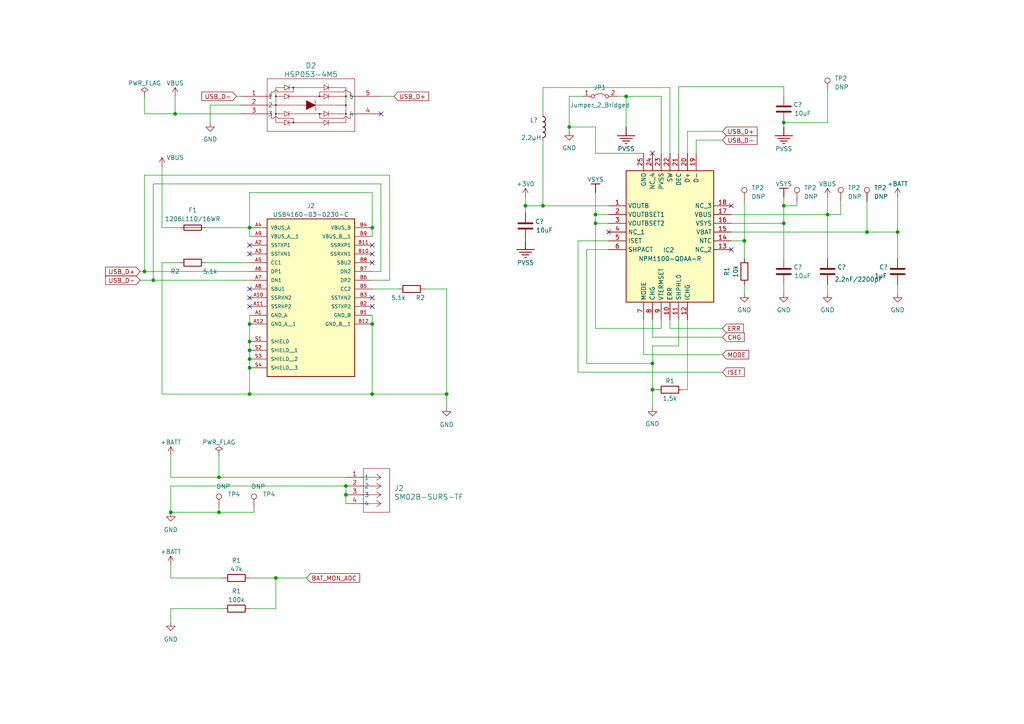
<source format=kicad_sch>
(kicad_sch (version 20230121) (generator eeschema)
  (paper "A4")
  (title_block (title "Smart Home Monitoring System") (date "2025-05-13") (rev "1.00") (comment 1 "Gaurang Solanki") (comment 2 "Designed by"))
  (lib_symbols
    (symbol "AAVAA_BOARD_VER2_REV1-rescue:100nF-AAVAA_LIB" (pin_numbers hide) (pin_names (offset 1.016))
      (property "Reference" "C" (at -1.27 12.7 0))
      (property "Value" "100nF-AAVAA_LIB" (at -1.27 12.7 0))
      (symbol "100nF-AAVAA_LIB_1_1"
        (polyline (pts (xy -2.032 -0.762) (xy 2.032 -0.762)) (stroke (width 0.508)))
        (polyline (pts (xy -2.032 0.762) (xy 2.032 0.762)) (stroke (width 0.508)))
        (pin passive line (at 0 3.81 270) (length 2.794) (name "~") (number "1"))
        (pin passive line (at 0 -3.81 90) (length 2.794) (name "~") (number "2"))
      )
    )
    (symbol "AAVAA_Charger-altium-import:PVSS" (power)
      (property "Reference" "#PWR" (at 0 0 0))
      (property "Value" "PVSS" (at 0 6.35 0))
      (symbol "PVSS_0_0"
        (polyline (pts (xy -2.54 -2.54) (xy 2.54 -2.54)) (stroke (width 0.254)))
        (polyline (pts (xy -1.778 -3.302) (xy 1.778 -3.302)) (stroke (width 0.254)))
        (polyline (pts (xy -1.016 -4.064) (xy 1.016 -4.064)) (stroke (width 0.254)))
        (polyline (pts (xy -0.254 -4.826) (xy 0.254 -4.826)) (stroke (width 0.254)))
        (polyline (pts (xy 0 0) (xy 0 -2.54)) (stroke (width 0.254)))
        (pin power_in line (at 0 0 0) (length 0) hide (name "PVSS") (number ""))
      )
    )
    (symbol "AAVAA_Charger-altium-import:VSYS" (power)
      (property "Reference" "#PWR" (at 0 0 0))
      (property "Value" "VSYS" (at 0 3.81 0))
      (symbol "VSYS_0_0"
        (polyline (pts (xy -1.27 -2.54) (xy 1.27 -2.54)) (stroke (width 0.254)))
        (polyline (pts (xy 0 0) (xy 0 -2.54)) (stroke (width 0.254)))
        (pin power_in line (at 0 0 0) (length 0) hide (name "VSYS") (number ""))
      )
    )
    (symbol "AAVAA_Charger-altium-import:root_3_IND"
      (symbol "root_3_IND_1_0"
        (arc (start 0 -6.858) (mid 0.7587 -6.096) (end 0 -5.334) (stroke (width 0.254)))
        (arc (start 0 -5.334) (mid 0.7587 -4.572) (end 0 -3.81) (stroke (width 0.254)))
        (arc (start 0 -3.81) (mid 0.7587 -3.048) (end 0 -2.286) (stroke (width 0.254)))
        (arc (start 0 -2.286) (mid 0.7587 -1.524) (end 0 -0.762) (stroke (width 0.254)))
        (pin passive line (at 0 0 270) (length 0.762) (name "1") (number "1"))
        (pin passive line (at 0 -7.62 90) (length 0.762) (name "2") (number "2"))
      )
    )
    (symbol "Connector:TestPoint" (pin_numbers hide) (pin_names (offset 0.762) hide)
      (property "Reference" "TP" (at 0 6.858 0))
      (property "Value" "TestPoint" (at 0 5.08 0))
      (symbol "TestPoint_0_1"
        (circle (center 0 3.302) (radius 0.762))
      )
      (symbol "TestPoint_1_1"
        (pin passive line (at 0 0 90) (length 2.54) (name "1") (number "1"))
      )
    )
    (symbol "Device:Fuse" (pin_numbers hide) (pin_names (offset 0))
      (property "Reference" "F" (at 2.032 0 90))
      (property "Value" "Fuse" (at -1.905 0 90))
      (symbol "Fuse_0_1"
        (rectangle (start -0.762 -2.54) (end 0.762 2.54) (stroke (width 0.254)))
        (polyline (pts (xy 0 2.54) (xy 0 -2.54)))
      )
      (symbol "Fuse_1_1"
        (pin passive line (at 0 3.81 270) (length 1.27) (name "~") (number "1"))
        (pin passive line (at 0 -3.81 90) (length 1.27) (name "~") (number "2"))
      )
    )
    (symbol "Device:R" (pin_numbers hide) (pin_names (offset 0))
      (property "Reference" "R" (at 2.032 0 90))
      (property "Value" "R" (at 0 0 90))
      (symbol "R_0_1"
        (rectangle (start -1.016 -2.54) (end 1.016 2.54) (stroke (width 0.254)))
      )
      (symbol "R_1_1"
        (pin passive line (at 0 3.81 270) (length 1.27) (name "~") (number "1"))
        (pin passive line (at 0 -3.81 90) (length 1.27) (name "~") (number "2"))
      )
    )
    (symbol "GS_Connector:SM02B-SURS-TF" (pin_names (offset 0.254))
      (property "Reference" "J3" (at -8.89 8.89 0))
      (property "Value" "SM02B-SURS-TF" (at -8.89 6.35 0))
      (symbol "SM02B-SURS-TF_1_1"
        (polyline (pts (xy 5.08 -10.16) (xy 12.7 -10.16)) (stroke (width 0.127)))
        (polyline (pts (xy 5.08 2.54) (xy 5.08 -10.16)) (stroke (width 0.127)))
        (polyline (pts (xy 10.16 -7.62) (xy 5.08 -7.62)) (stroke (width 0.127)))
        (polyline (pts (xy 10.16 -7.62) (xy 8.89 -8.4667)) (stroke (width 0.127)))
        (polyline (pts (xy 10.16 -7.62) (xy 8.89 -6.7733)) (stroke (width 0.127)))
        (polyline (pts (xy 10.16 -5.08) (xy 5.08 -5.08)) (stroke (width 0.127)))
        (polyline (pts (xy 10.16 -5.08) (xy 8.89 -5.9267)) (stroke (width 0.127)))
        (polyline (pts (xy 10.16 -5.08) (xy 8.89 -4.2333)) (stroke (width 0.127)))
        (polyline (pts (xy 10.16 -2.54) (xy 5.08 -2.54)) (stroke (width 0.127)))
        (polyline (pts (xy 10.16 -2.54) (xy 8.89 -3.3867)) (stroke (width 0.127)))
        (polyline (pts (xy 10.16 -2.54) (xy 8.89 -1.6933)) (stroke (width 0.127)))
        (polyline (pts (xy 10.16 0) (xy 5.08 0)) (stroke (width 0.127)))
        (polyline (pts (xy 10.16 0) (xy 8.89 -0.8467)) (stroke (width 0.127)))
        (polyline (pts (xy 10.16 0) (xy 8.89 0.8467)) (stroke (width 0.127)))
        (polyline (pts (xy 12.7 -10.16) (xy 12.7 2.54)) (stroke (width 0.127)))
        (polyline (pts (xy 12.7 2.54) (xy 5.08 2.54)) (stroke (width 0.127)))
        (pin unspecified line (at 0 0 0) (length 5.08) (name "1") (number "1"))
        (pin unspecified line (at 0 -2.54 0) (length 5.08) (name "2") (number "2"))
        (pin unspecified line (at 0 -5.08 0) (length 5.08) (name "3") (number "3"))
        (pin unspecified line (at 0 -7.62 0) (length 5.08) (name "4") (number "4"))
      )
      (symbol "SM02B-SURS-TF_1_2"
        (polyline (pts (xy 5.08 -5.08) (xy 12.7 -5.08)) (stroke (width 0.127)))
        (polyline (pts (xy 5.08 2.54) (xy 5.08 -5.08)) (stroke (width 0.127)))
        (polyline (pts (xy 7.62 -2.54) (xy 5.08 -2.54)) (stroke (width 0.127)))
        (polyline (pts (xy 7.62 -2.54) (xy 8.89 -3.3867)) (stroke (width 0.127)))
        (polyline (pts (xy 7.62 -2.54) (xy 8.89 -1.6933)) (stroke (width 0.127)))
        (polyline (pts (xy 7.62 0) (xy 5.08 0)) (stroke (width 0.127)))
        (polyline (pts (xy 7.62 0) (xy 8.89 -0.8467)) (stroke (width 0.127)))
        (polyline (pts (xy 7.62 0) (xy 8.89 0.8467)) (stroke (width 0.127)))
        (polyline (pts (xy 12.7 -5.08) (xy 12.7 2.54)) (stroke (width 0.127)))
        (polyline (pts (xy 12.7 2.54) (xy 5.08 2.54)) (stroke (width 0.127)))
        (pin unspecified line (at 0 0 0) (length 5.08) (name "1") (number "1"))
        (pin unspecified line (at 0 -2.54 0) (length 5.08) (name "2") (number "2"))
      )
    )
    (symbol "GS_Connector:USB4160-03-0230-C_REVA2" (pin_names (offset 1.016))
      (property "Reference" "J" (at -12.7 16.002 0))
      (property "Value" "USB4160-03-0230-C_REVA2" (at -12.7 -33.02 0))
      (symbol "USB4160-03-0230-C_REVA2_0_0"
        (rectangle (start -12.7 -30.48) (end 12.7 15.24) (stroke (width 0.254)) (fill (type background)))
        (pin power_in line (at -17.78 -12.7 0) (length 5.08) (name "GND_A") (number "A1"))
        (pin bidirectional line (at -17.78 -7.62 0) (length 5.08) (name "SSRXN2") (number "A10"))
        (pin bidirectional line (at -17.78 -10.16 0) (length 5.08) (name "SSRXP2") (number "A11"))
        (pin power_in line (at -17.78 -15.24 0) (length 5.08) (name "GND_A__1") (number "A12"))
        (pin bidirectional line (at -17.78 7.62 0) (length 5.08) (name "SSTXP1") (number "A2"))
        (pin bidirectional line (at -17.78 5.08 0) (length 5.08) (name "SSTXN1") (number "A3"))
        (pin power_in line (at -17.78 12.7 0) (length 5.08) (name "VBUS_A") (number "A4"))
        (pin bidirectional line (at -17.78 2.54 0) (length 5.08) (name "CC1") (number "A5"))
        (pin bidirectional line (at -17.78 0 0) (length 5.08) (name "DP1") (number "A6"))
        (pin bidirectional line (at -17.78 -2.54 0) (length 5.08) (name "DN1") (number "A7"))
        (pin bidirectional line (at -17.78 -5.08 0) (length 5.08) (name "SBU1") (number "A8"))
        (pin power_in line (at -17.78 10.16 0) (length 5.08) (name "VBUS_A__1") (number "A9"))
        (pin power_in line (at 17.78 -12.7 180) (length 5.08) (name "GND_B") (number "B1"))
        (pin bidirectional line (at 17.78 5.08 180) (length 5.08) (name "SSRXN1") (number "B10"))
        (pin bidirectional line (at 17.78 7.62 180) (length 5.08) (name "SSRXP1") (number "B11"))
        (pin power_in line (at 17.78 -15.24 180) (length 5.08) (name "GND_B__1") (number "B12"))
        (pin bidirectional line (at 17.78 -10.16 180) (length 5.08) (name "SSTXP2") (number "B2"))
        (pin bidirectional line (at 17.78 -7.62 180) (length 5.08) (name "SSTXN2") (number "B3"))
        (pin power_in line (at 17.78 12.7 180) (length 5.08) (name "VBUS_B") (number "B4"))
        (pin bidirectional line (at 17.78 -5.08 180) (length 5.08) (name "CC2") (number "B5"))
        (pin bidirectional line (at 17.78 -2.54 180) (length 5.08) (name "DP2") (number "B6"))
        (pin bidirectional line (at 17.78 0 180) (length 5.08) (name "DN2") (number "B7"))
        (pin bidirectional line (at 17.78 2.54 180) (length 5.08) (name "SBU2") (number "B8"))
        (pin power_in line (at 17.78 10.16 180) (length 5.08) (name "VBUS_B__1") (number "B9"))
        (pin passive line (at -17.78 -20.32 0) (length 5.08) (name "SHIELD") (number "S1"))
        (pin passive line (at -17.78 -22.86 0) (length 5.08) (name "SHIELD__1") (number "S2"))
        (pin passive line (at -17.78 -25.4 0) (length 5.08) (name "SHIELD__2") (number "S3"))
        (pin passive line (at -17.78 -27.94 0) (length 5.08) (name "SHIELD__3") (number "S4"))
      )
    )
    (symbol "GS_other:HSP053-4M5" (pin_names (offset 0.254))
      (property "Reference" "CR" (at 20.32 10.16 0))
      (property "Value" "HSP053-4M5" (at 20.32 7.62 0))
      (symbol "HSP053-4M5_0_1"
        (polyline (pts (xy 7.62 -10.16) (xy 33.02 -10.16)) (stroke (width 0.127)))
        (polyline (pts (xy 7.62 -5.08) (xy 8.89 -5.08)) (stroke (width 0.127)))
        (polyline (pts (xy 7.62 -2.54) (xy 30.48 -2.54)) (stroke (width 0.127)))
        (polyline (pts (xy 7.62 0) (xy 8.89 0)) (stroke (width 0.127)))
        (polyline (pts (xy 7.62 5.08) (xy 7.62 -10.16)) (stroke (width 0.127)))
        (polyline (pts (xy 8.89 -6.35) (xy 9.652 -6.35)) (stroke (width 0.127)))
        (polyline (pts (xy 8.89 -5.08) (xy 8.89 -6.35)) (stroke (width 0.127)))
        (polyline (pts (xy 8.89 0) (xy 8.89 1.27)) (stroke (width 0.127)))
        (polyline (pts (xy 8.89 1.27) (xy 9.652 1.27)) (stroke (width 0.127)))
        (polyline (pts (xy 10.16 -5.08) (xy 12.7 -5.08)) (stroke (width 0.127)))
        (polyline (pts (xy 10.16 2.54) (xy 10.16 -7.62)) (stroke (width 0.127)))
        (polyline (pts (xy 10.16 2.54) (xy 12.7 2.54)) (stroke (width 0.127)))
        (polyline (pts (xy 10.668 -6.35) (xy 15.24 -6.35)) (stroke (width 0.127)))
        (polyline (pts (xy 10.668 1.27) (xy 15.24 1.27)) (stroke (width 0.127)))
        (polyline (pts (xy 12.7 -8.382) (xy 13.97 -7.62)) (stroke (width 0.127)))
        (polyline (pts (xy 12.7 -7.62) (xy 10.16 -7.62)) (stroke (width 0.127)))
        (polyline (pts (xy 12.7 -6.858) (xy 12.7 -8.382)) (stroke (width 0.127)))
        (polyline (pts (xy 12.7 -5.842) (xy 13.97 -5.08)) (stroke (width 0.127)))
        (polyline (pts (xy 12.7 -4.318) (xy 12.7 -5.842)) (stroke (width 0.127)))
        (polyline (pts (xy 12.7 -0.762) (xy 13.97 0)) (stroke (width 0.127)))
        (polyline (pts (xy 12.7 0) (xy 10.16 0)) (stroke (width 0.127)))
        (polyline (pts (xy 12.7 0.762) (xy 12.7 -0.762)) (stroke (width 0.127)))
        (polyline (pts (xy 12.7 1.778) (xy 13.97 2.54)) (stroke (width 0.127)))
        (polyline (pts (xy 12.7 3.302) (xy 12.7 1.778)) (stroke (width 0.127)))
        (polyline (pts (xy 13.97 -7.62) (xy 12.7 -6.858)) (stroke (width 0.127)))
        (polyline (pts (xy 13.97 -7.62) (xy 24.13 -7.62)) (stroke (width 0.127)))
        (polyline (pts (xy 13.97 -6.858) (xy 13.97 -8.382)) (stroke (width 0.127)))
        (polyline (pts (xy 13.97 -5.08) (xy 12.7 -4.318)) (stroke (width 0.127)))
        (polyline (pts (xy 13.97 -5.08) (xy 24.13 -5.08)) (stroke (width 0.127)))
        (polyline (pts (xy 13.97 -4.318) (xy 13.97 -5.842)) (stroke (width 0.127)))
        (polyline (pts (xy 13.97 0) (xy 12.7 0.762)) (stroke (width 0.127)))
        (polyline (pts (xy 13.97 0) (xy 24.13 0)) (stroke (width 0.127)))
        (polyline (pts (xy 13.97 0.762) (xy 13.97 -0.762)) (stroke (width 0.127)))
        (polyline (pts (xy 13.97 2.54) (xy 12.7 3.302)) (stroke (width 0.127)))
        (polyline (pts (xy 13.97 2.54) (xy 24.13 2.54)) (stroke (width 0.127)))
        (polyline (pts (xy 13.97 3.302) (xy 13.97 1.778)) (stroke (width 0.127)))
        (polyline (pts (xy 15.24 -6.35) (xy 15.24 -7.62)) (stroke (width 0.127)))
        (polyline (pts (xy 15.24 1.27) (xy 15.24 2.54)) (stroke (width 0.127)))
        (polyline (pts (xy 19.05 -3.81) (xy 21.59 -2.54)) (stroke (width 0.127)))
        (polyline (pts (xy 19.05 -1.27) (xy 19.05 -3.81)) (stroke (width 0.127)))
        (polyline (pts (xy 21.59 -3.81) (xy 21.844 -4.064)) (stroke (width 0.127)))
        (polyline (pts (xy 21.59 -2.54) (xy 19.05 -1.27)) (stroke (width 0.127)))
        (polyline (pts (xy 21.59 -1.27) (xy 21.336 -1.016)) (stroke (width 0.127)))
        (polyline (pts (xy 21.59 -1.27) (xy 21.59 -3.81)) (stroke (width 0.127)))
        (polyline (pts (xy 22.86 -6.35) (xy 22.86 -5.08)) (stroke (width 0.127)))
        (polyline (pts (xy 22.86 -6.35) (xy 29.972 -6.35)) (stroke (width 0.127)))
        (polyline (pts (xy 22.86 1.27) (xy 22.86 0)) (stroke (width 0.127)))
        (polyline (pts (xy 22.86 1.27) (xy 29.972 1.27)) (stroke (width 0.127)))
        (polyline (pts (xy 24.13 -8.382) (xy 24.13 -6.858)) (stroke (width 0.127)))
        (polyline (pts (xy 24.13 -6.858) (xy 25.4 -7.62)) (stroke (width 0.127)))
        (polyline (pts (xy 24.13 -5.842) (xy 24.13 -4.318)) (stroke (width 0.127)))
        (polyline (pts (xy 24.13 -4.318) (xy 25.4 -5.08)) (stroke (width 0.127)))
        (polyline (pts (xy 24.13 -0.762) (xy 24.13 0.762)) (stroke (width 0.127)))
        (polyline (pts (xy 24.13 0.762) (xy 25.4 0)) (stroke (width 0.127)))
        (polyline (pts (xy 24.13 1.778) (xy 24.13 3.302)) (stroke (width 0.127)))
        (polyline (pts (xy 24.13 3.302) (xy 25.4 2.54)) (stroke (width 0.127)))
        (polyline (pts (xy 25.4 -8.382) (xy 25.4 -6.858)) (stroke (width 0.127)))
        (polyline (pts (xy 25.4 -7.62) (xy 24.13 -8.382)) (stroke (width 0.127)))
        (polyline (pts (xy 25.4 -7.62) (xy 30.48 -7.62)) (stroke (width 0.127)))
        (polyline (pts (xy 25.4 -5.842) (xy 25.4 -4.318)) (stroke (width 0.127)))
        (polyline (pts (xy 25.4 -5.08) (xy 24.13 -5.842)) (stroke (width 0.127)))
        (polyline (pts (xy 25.4 -5.08) (xy 30.48 -5.08)) (stroke (width 0.127)))
        (polyline (pts (xy 25.4 -0.762) (xy 25.4 0.762)) (stroke (width 0.127)))
        (polyline (pts (xy 25.4 0) (xy 24.13 -0.762)) (stroke (width 0.127)))
        (polyline (pts (xy 25.4 0) (xy 30.48 0)) (stroke (width 0.127)))
        (polyline (pts (xy 25.4 1.778) (xy 25.4 3.302)) (stroke (width 0.127)))
        (polyline (pts (xy 25.4 2.54) (xy 24.13 1.778)) (stroke (width 0.127)))
        (polyline (pts (xy 25.4 2.54) (xy 30.48 2.54)) (stroke (width 0.127)))
        (polyline (pts (xy 30.48 2.54) (xy 30.48 -7.62)) (stroke (width 0.127)))
        (polyline (pts (xy 31.75 -6.35) (xy 30.988 -6.35)) (stroke (width 0.127)))
        (polyline (pts (xy 31.75 -5.08) (xy 31.75 -6.35)) (stroke (width 0.127)))
        (polyline (pts (xy 31.75 0) (xy 31.75 1.27)) (stroke (width 0.127)))
        (polyline (pts (xy 31.75 1.27) (xy 30.988 1.27)) (stroke (width 0.127)))
        (polyline (pts (xy 33.02 -10.16) (xy 33.02 5.08)) (stroke (width 0.127)))
        (polyline (pts (xy 33.02 -5.08) (xy 31.75 -5.08)) (stroke (width 0.127)))
        (polyline (pts (xy 33.02 0) (xy 31.75 0)) (stroke (width 0.127)))
        (polyline (pts (xy 33.02 5.08) (xy 7.62 5.08)) (stroke (width 0.127)))
        (polyline (pts (xy 19.05 -1.27) (xy 19.05 -3.81) (xy 21.59 -2.54)) (fill (type outline)))
        (circle (center 10.16 -5.08) (radius 0.127) (stroke (width 0.254)))
        (circle (center 10.16 -2.54) (radius 0.127) (stroke (width 0.254)))
        (circle (center 10.16 0) (radius 0.127) (stroke (width 0.254)))
        (arc (start 10.668 -6.35) (mid 10.16 -5.8442) (end 9.652 -6.35) (stroke (width 0.127)))
        (arc (start 10.668 1.27) (mid 10.16 1.7758) (end 9.652 1.27) (stroke (width 0.127)))
        (circle (center 15.24 -7.62) (radius 0.127) (stroke (width 0.254)))
        (circle (center 15.24 2.54) (radius 0.127) (stroke (width 0.254)))
        (circle (center 22.86 -5.08) (radius 0.127) (stroke (width 0.254)))
        (circle (center 22.86 0) (radius 0.127) (stroke (width 0.254)))
        (circle (center 30.48 -5.08) (radius 0.127) (stroke (width 0.254)))
        (circle (center 30.48 -2.54) (radius 0.127) (stroke (width 0.254)))
        (circle (center 30.48 0) (radius 0.127) (stroke (width 0.254)))
        (arc (start 30.988 -6.35) (mid 30.48 -5.8442) (end 29.972 -6.35) (stroke (width 0.127)))
        (arc (start 30.988 1.27) (mid 30.48 1.7758) (end 29.972 1.27) (stroke (width 0.127)))
        (pin unspecified line (at 0 0 0) (length 7.62) (name "1") (number "1"))
        (pin unspecified line (at 0 -2.54 0) (length 7.62) (name "2") (number "2"))
        (pin unspecified line (at 0 -5.08 0) (length 7.62) (name "3") (number "3"))
        (pin unspecified line (at 40.64 -5.08 180) (length 7.62) (name "4") (number "4"))
        (pin unspecified line (at 40.64 0 180) (length 7.62) (name "5") (number "5"))
      )
    )
    (symbol "Jumper:Jumper_2_Bridged" (pin_names (offset 0) hide)
      (property "Reference" "JP" (at 0 1.905 0))
      (property "Value" "Jumper_2_Bridged" (at 0 -2.54 0))
      (symbol "Jumper_2_Bridged_0_0"
        (circle (center -2.032 0) (radius 0.508))
        (circle (center 2.032 0) (radius 0.508))
      )
      (symbol "Jumper_2_Bridged_0_1"
        (arc (start 1.524 0.254) (mid 0 0.762) (end -1.524 0.254))
      )
      (symbol "Jumper_2_Bridged_1_1"
        (pin passive line (at -5.08 0 0) (length 2.54) (name "A") (number "1"))
        (pin passive line (at 5.08 0 180) (length 2.54) (name "B") (number "2"))
      )
    )
    (symbol "NPM1100-QDAA-R7:NPM1100-QDAA-R7"
      (property "Reference" "IC" (at 31.75 15.24 0))
      (property "Value" "NPM1100-QDAA-R7" (at 31.75 12.7 0))
      (symbol "NPM1100-QDAA-R7_1_1"
        (rectangle (start 5.08 10.16) (end 30.48 -27.94) (stroke (width 0.254)) (fill (type background)))
        (pin passive line (at 0 0 0) (length 5.08) (name "VOUTB") (number "1"))
        (pin passive line (at 17.78 -33.02 90) (length 5.08) (name "ERR") (number "10"))
        (pin passive line (at 20.32 -33.02 90) (length 5.08) (name "SHPHLD") (number "11"))
        (pin passive line (at 22.86 -33.02 90) (length 5.08) (name "ICHG") (number "12"))
        (pin passive line (at 35.56 -12.7 180) (length 5.08) (name "NC_2") (number "13"))
        (pin passive line (at 35.56 -10.16 180) (length 5.08) (name "NTC") (number "14"))
        (pin passive line (at 35.56 -7.62 180) (length 5.08) (name "VBAT") (number "15"))
        (pin passive line (at 35.56 -5.08 180) (length 5.08) (name "VSYS") (number "16"))
        (pin passive line (at 35.56 -2.54 180) (length 5.08) (name "VBUS") (number "17"))
        (pin passive line (at 35.56 0 180) (length 5.08) (name "NC_3") (number "18"))
        (pin passive line (at 25.4 15.24 270) (length 5.08) (name "D-") (number "19"))
        (pin passive line (at 0 -2.54 0) (length 5.08) (name "VOUTBSET1") (number "2"))
        (pin passive line (at 22.86 15.24 270) (length 5.08) (name "D+") (number "20"))
        (pin passive line (at 20.32 15.24 270) (length 5.08) (name "DEC") (number "21"))
        (pin passive line (at 17.78 15.24 270) (length 5.08) (name "SW") (number "22"))
        (pin passive line (at 15.24 15.24 270) (length 5.08) (name "PVSS") (number "23"))
        (pin passive line (at 12.7 15.24 270) (length 5.08) (name "NC_4") (number "24"))
        (pin passive line (at 10.16 15.24 270) (length 5.08) (name "GND") (number "25"))
        (pin passive line (at 0 -5.08 0) (length 5.08) (name "VOUTBSET2") (number "3"))
        (pin passive line (at 0 -7.62 0) (length 5.08) (name "NC_1") (number "4"))
        (pin passive line (at 0 -10.16 0) (length 5.08) (name "ISET") (number "5"))
        (pin passive line (at 0 -12.7 0) (length 5.08) (name "SHPACT") (number "6"))
        (pin passive line (at 10.16 -33.02 90) (length 5.08) (name "MODE") (number "7"))
        (pin passive line (at 12.7 -33.02 90) (length 5.08) (name "CHG") (number "8"))
        (pin passive line (at 15.24 -33.02 90) (length 5.08) (name "VTERMSET") (number "9"))
      )
    )
    (symbol "power:+3V0" (power) (pin_names (offset 0))
      (property "Value" "+3V0" (at 0 3.556 0))
      (symbol "+3V0_0_1"
        (polyline (pts (xy -0.762 1.27) (xy 0 2.54)))
        (polyline (pts (xy 0 0) (xy 0 2.54)))
        (polyline (pts (xy 0 2.54) (xy 0.762 1.27)))
      )
      (symbol "+3V0_1_1"
        (pin power_in line (at 0 0 90) (length 0) hide (name "+3V0") (number "1"))
      )
    )
    (symbol "power:+BATT" (power) (pin_names (offset 0))
      (property "Value" "+BATT" (at 0 3.556 0))
      (symbol "+BATT_0_1"
        (polyline (pts (xy -0.762 1.27) (xy 0 2.54)))
        (polyline (pts (xy 0 0) (xy 0 2.54)))
        (polyline (pts (xy 0 2.54) (xy 0.762 1.27)))
      )
      (symbol "+BATT_1_1"
        (pin power_in line (at 0 0 90) (length 0) hide (name "+BATT") (number "1"))
      )
    )
    (symbol "power:GND" (power) (pin_names (offset 0))
      (property "Value" "GND" (at 0 -3.81 0))
      (symbol "GND_0_1"
        (polyline (pts (xy 0 0) (xy 0 -1.27) (xy 1.27 -1.27) (xy 0 -2.54) (xy -1.27 -1.27) (xy 0 -1.27)))
      )
      (symbol "GND_1_1"
        (pin power_in line (at 0 0 270) (length 0) hide (name "GND") (number "1"))
      )
    )
    (symbol "power:PWR_FLAG" (power) (pin_numbers hide) (pin_names (offset 0) hide)
      (property "Value" "PWR_FLAG" (at 0 3.81 0))
      (symbol "PWR_FLAG_0_0"
        (pin power_out line (at 0 0 90) (length 0) (name "pwr") (number "1"))
      )
      (symbol "PWR_FLAG_0_1"
        (polyline (pts (xy 0 0) (xy 0 1.27) (xy -1.016 1.905) (xy 0 2.54) (xy 1.016 1.905) (xy 0 1.27)))
      )
    )
    (symbol "power:VBUS" (power) (pin_names (offset 0))
      (property "Value" "VBUS" (at 0 3.81 0))
      (symbol "VBUS_0_1"
        (polyline (pts (xy -0.762 1.27) (xy 0 2.54)))
        (polyline (pts (xy 0 0) (xy 0 2.54)))
        (polyline (pts (xy 0 2.54) (xy 0.762 1.27)))
      )
      (symbol "VBUS_1_1"
        (pin power_in line (at 0 0 90) (length 0) hide (name "VBUS") (number "1"))
      )
    )
  )
  (junction (at 72.39 66.04))
  (junction (at 107.95 114.3))
  (junction (at 49.53 148.59))
  (junction (at 251.46 67.31))
  (junction (at 172.72 64.77))
  (junction (at 80.01 167.64))
  (junction (at 189.23 105.41))
  (junction (at 63.5 138.43))
  (junction (at 227.33 64.77))
  (junction (at 172.72 62.23))
  (junction (at 165.1 36.83))
  (junction (at 240.03 62.23))
  (junction (at 72.39 104.14))
  (junction (at 72.39 114.3))
  (junction (at 44.45 81.28))
  (junction (at 260.35 67.31))
  (junction (at 189.23 113.03))
  (junction (at 72.39 93.98))
  (junction (at 72.39 99.06))
  (junction (at 152.4 59.69))
  (junction (at 100.33 140.97))
  (junction (at 227.33 59.69))
  (junction (at 107.95 66.04))
  (junction (at 215.9 69.85))
  (junction (at 63.5 148.59))
  (junction (at 181.61 27.94))
  (junction (at 41.91 78.74))
  (junction (at 100.33 143.51))
  (junction (at 129.54 114.3))
  (junction (at 50.8 33.02))
  (junction (at 157.48 59.69))
  (junction (at 72.39 101.6))
  (junction (at 107.95 93.98))
  (junction (at 227.33 35.56))
  (junction (at 72.39 106.68))
  (no_connect (at 107.95 73.66))
  (no_connect (at 176.53 67.31))
  (no_connect (at 107.95 76.2))
  (no_connect (at 72.39 71.12))
  (no_connect (at 107.95 71.12))
  (no_connect (at 110.49 33.02))
  (no_connect (at 72.39 73.66))
  (no_connect (at 189.23 44.45))
  (no_connect (at 72.39 86.36))
  (no_connect (at 212.09 59.69))
  (no_connect (at 107.95 88.9))
  (no_connect (at 72.39 88.9))
  (no_connect (at 107.95 86.36))
  (no_connect (at 212.09 72.39))
  (no_connect (at 72.39 83.82))
  (wire (pts (xy 170.18 105.41) (xy 189.23 105.41)))
  (wire (pts (xy 100.33 146.05) (xy 100.33 143.51)))
  (wire (pts (xy 199.39 92.71) (xy 199.39 113.03)))
  (wire (pts (xy 107.95 114.3) (xy 107.95 93.98)))
  (wire (pts (xy 157.48 25.4) (xy 157.48 33.02)))
  (wire (pts (xy 227.33 35.433) (xy 227.33 35.56)))
  (wire (pts (xy 243.84 62.23) (xy 240.03 62.23)))
  (wire (pts (xy 72.39 104.14) (xy 72.39 106.68)))
  (wire (pts (xy 41.91 50.8) (xy 41.91 78.74)))
  (wire (pts (xy 49.53 140.97) (xy 49.53 148.59)))
  (wire (pts (xy 172.72 44.45) (xy 172.72 36.83)))
  (wire (pts (xy 100.33 140.97) (xy 100.33 143.51)))
  (wire (pts (xy 227.33 57.15) (xy 227.33 59.69)))
  (wire (pts (xy 194.31 44.45) (xy 194.31 25.4)))
  (wire (pts (xy 72.39 68.58) (xy 72.39 66.04)))
  (wire (pts (xy 110.49 78.74) (xy 110.49 53.34)))
  (wire (pts (xy 186.69 44.45) (xy 172.72 44.45)))
  (wire (pts (xy 170.18 105.41) (xy 170.18 72.39)))
  (wire (pts (xy 196.85 92.71) (xy 196.85 100.33)))
  (wire (pts (xy 46.99 66.04) (xy 52.07 66.04)))
  (wire (pts (xy 107.95 68.58) (xy 107.95 66.04)))
  (wire (pts (xy 152.4 69.342) (xy 152.4 69.85)))
  (wire (pts (xy 260.35 85.09) (xy 260.35 82.55)))
  (wire (pts (xy 189.23 92.71) (xy 189.23 97.79)))
  (wire (pts (xy 231.14 58.42) (xy 231.14 59.69)))
  (wire (pts (xy 165.1 38.1) (xy 165.1 36.83)))
  (wire (pts (xy 49.53 163.83) (xy 49.53 167.64)))
  (wire (pts (xy 227.33 59.69) (xy 227.33 64.77)))
  (wire (pts (xy 212.09 64.77) (xy 227.33 64.77)))
  (wire (pts (xy 189.23 113.03) (xy 189.23 118.11)))
  (wire (pts (xy 176.53 69.85) (xy 167.64 69.85)))
  (wire (pts (xy 157.48 59.69) (xy 176.53 59.69)))
  (wire (pts (xy 80.01 176.53) (xy 80.01 167.64)))
  (wire (pts (xy 72.39 114.3) (xy 107.95 114.3)))
  (wire (pts (xy 44.45 53.34) (xy 44.45 81.28)))
  (wire (pts (xy 165.1 27.94) (xy 168.91 27.94)))
  (wire (pts (xy 72.39 101.6) (xy 72.39 104.14)))
  (wire (pts (xy 50.8 33.02) (xy 69.85 33.02)))
  (wire (pts (xy 73.66 148.59) (xy 63.5 148.59)))
  (wire (pts (xy 80.01 167.64) (xy 72.39 167.64)))
  (wire (pts (xy 243.84 58.42) (xy 243.84 62.23)))
  (wire (pts (xy 227.33 82.55) (xy 227.33 85.09)))
  (wire (pts (xy 152.4 57.15) (xy 152.4 59.69)))
  (wire (pts (xy 194.31 25.4) (xy 157.48 25.4)))
  (wire (pts (xy 72.39 55.88) (xy 72.39 66.04)))
  (wire (pts (xy 72.39 99.06) (xy 72.39 101.6)))
  (wire (pts (xy 44.45 81.28) (xy 72.39 81.28)))
  (wire (pts (xy 63.5 138.43) (xy 100.33 138.43)))
  (wire (pts (xy 212.09 67.31) (xy 251.46 67.31)))
  (wire (pts (xy 215.9 69.85) (xy 215.9 74.93)))
  (wire (pts (xy 107.95 114.3) (xy 129.54 114.3)))
  (wire (pts (xy 240.03 57.15) (xy 240.03 62.23)))
  (wire (pts (xy 49.53 180.34) (xy 49.53 176.53)))
  (wire (pts (xy 176.53 72.39) (xy 170.18 72.39)))
  (wire (pts (xy 157.48 40.64) (xy 157.48 59.69)))
  (wire (pts (xy 113.03 81.28) (xy 113.03 50.8)))
  (wire (pts (xy 227.33 25.146) (xy 227.33 27.813)))
  (wire (pts (xy 107.95 83.82) (xy 115.57 83.82)))
  (wire (pts (xy 167.64 69.85) (xy 167.64 107.95)))
  (wire (pts (xy 63.5 138.43) (xy 49.53 138.43)))
  (wire (pts (xy 186.69 92.71) (xy 186.69 102.87)))
  (wire (pts (xy 46.99 114.3) (xy 72.39 114.3)))
  (wire (pts (xy 107.95 81.28) (xy 113.03 81.28)))
  (wire (pts (xy 196.85 25.146) (xy 227.33 25.146)))
  (wire (pts (xy 152.4 59.69) (xy 157.48 59.69)))
  (wire (pts (xy 172.72 62.23) (xy 172.72 64.77)))
  (wire (pts (xy 196.85 44.45) (xy 196.85 25.146)))
  (wire (pts (xy 129.54 114.3) (xy 129.54 118.11)))
  (wire (pts (xy 68.58 27.94) (xy 69.85 27.94)))
  (wire (pts (xy 88.9 167.64) (xy 80.01 167.64)))
  (wire (pts (xy 40.64 81.28) (xy 44.45 81.28)))
  (wire (pts (xy 63.5 132.08) (xy 63.5 138.43)))
  (wire (pts (xy 201.93 44.45) (xy 201.93 40.64)))
  (wire (pts (xy 46.99 76.2) (xy 46.99 114.3)))
  (wire (pts (xy 49.53 132.08) (xy 49.53 138.43)))
  (wire (pts (xy 209.55 107.95) (xy 167.64 107.95)))
  (wire (pts (xy 152.4 59.69) (xy 152.4 61.722)))
  (wire (pts (xy 172.72 95.25) (xy 172.72 64.77)))
  (wire (pts (xy 110.49 53.34) (xy 44.45 53.34)))
  (wire (pts (xy 199.39 38.1) (xy 199.39 44.45)))
  (wire (pts (xy 172.72 64.77) (xy 176.53 64.77)))
  (wire (pts (xy 181.61 27.94) (xy 191.77 27.94)))
  (wire (pts (xy 240.03 62.23) (xy 240.03 74.93)))
  (wire (pts (xy 194.31 95.25) (xy 209.55 95.25)))
  (wire (pts (xy 113.03 50.8) (xy 41.91 50.8)))
  (wire (pts (xy 72.39 176.53) (xy 80.01 176.53)))
  (wire (pts (xy 72.39 93.98) (xy 72.39 99.06)))
  (wire (pts (xy 63.5 147.32) (xy 63.5 148.59)))
  (wire (pts (xy 209.55 38.1) (xy 199.39 38.1)))
  (wire (pts (xy 260.35 57.15) (xy 260.35 67.31)))
  (wire (pts (xy 199.39 113.03) (xy 198.12 113.03)))
  (wire (pts (xy 40.64 78.74) (xy 41.91 78.74)))
  (wire (pts (xy 181.61 36.83) (xy 181.61 27.94)))
  (wire (pts (xy 194.31 95.25) (xy 194.31 92.71)))
  (wire (pts (xy 41.91 33.02) (xy 50.8 33.02)))
  (wire (pts (xy 172.72 62.23) (xy 176.53 62.23)))
  (wire (pts (xy 227.33 74.93) (xy 227.33 64.77)))
  (wire (pts (xy 215.9 69.85) (xy 212.09 69.85)))
  (wire (pts (xy 107.95 78.74) (xy 110.49 78.74)))
  (wire (pts (xy 231.14 59.69) (xy 227.33 59.69)))
  (wire (pts (xy 107.95 66.04) (xy 107.95 55.88)))
  (wire (pts (xy 129.54 83.82) (xy 129.54 114.3)))
  (wire (pts (xy 72.39 106.68) (xy 72.39 114.3)))
  (wire (pts (xy 49.53 176.53) (xy 64.77 176.53)))
  (wire (pts (xy 41.91 78.74) (xy 72.39 78.74)))
  (wire (pts (xy 196.85 100.33) (xy 189.23 100.33)))
  (wire (pts (xy 251.46 58.42) (xy 251.46 67.31)))
  (wire (pts (xy 72.39 91.44) (xy 72.39 93.98)))
  (wire (pts (xy 60.96 30.48) (xy 69.85 30.48)))
  (wire (pts (xy 251.46 67.31) (xy 260.35 67.31)))
  (wire (pts (xy 129.54 83.82) (xy 123.19 83.82)))
  (wire (pts (xy 186.69 102.87) (xy 209.55 102.87)))
  (wire (pts (xy 191.77 95.25) (xy 172.72 95.25)))
  (wire (pts (xy 260.35 67.31) (xy 260.35 74.93)))
  (wire (pts (xy 49.53 140.97) (xy 100.33 140.97)))
  (wire (pts (xy 107.95 93.98) (xy 107.95 91.44)))
  (wire (pts (xy 172.72 55.88) (xy 172.72 62.23)))
  (wire (pts (xy 240.03 85.09) (xy 240.03 82.55)))
  (wire (pts (xy 59.69 76.2) (xy 72.39 76.2)))
  (wire (pts (xy 73.66 147.32) (xy 73.66 148.59)))
  (wire (pts (xy 227.33 35.56) (xy 227.33 36.83)))
  (wire (pts (xy 72.39 66.04) (xy 59.69 66.04)))
  (wire (pts (xy 63.5 148.59) (xy 49.53 148.59)))
  (wire (pts (xy 240.03 26.67) (xy 240.03 35.56)))
  (wire (pts (xy 107.95 55.88) (xy 72.39 55.88)))
  (wire (pts (xy 179.07 27.94) (xy 181.61 27.94)))
  (wire (pts (xy 114.3 27.94) (xy 110.49 27.94)))
  (wire (pts (xy 165.1 36.83) (xy 165.1 27.94)))
  (wire (pts (xy 189.23 97.79) (xy 209.55 97.79)))
  (wire (pts (xy 49.53 167.64) (xy 64.77 167.64)))
  (wire (pts (xy 215.9 58.42) (xy 215.9 69.85)))
  (wire (pts (xy 201.93 40.64) (xy 209.55 40.64)))
  (wire (pts (xy 46.99 48.26) (xy 46.99 66.04)))
  (wire (pts (xy 191.77 27.94) (xy 191.77 44.45)))
  (wire (pts (xy 60.96 35.56) (xy 60.96 30.48)))
  (wire (pts (xy 50.8 33.02) (xy 50.8 27.94)))
  (wire (pts (xy 240.03 35.56) (xy 227.33 35.56)))
  (wire (pts (xy 189.23 100.33) (xy 189.23 105.41)))
  (wire (pts (xy 41.91 27.94) (xy 41.91 33.02)))
  (wire (pts (xy 172.72 36.83) (xy 165.1 36.83)))
  (wire (pts (xy 191.77 92.71) (xy 191.77 95.25)))
  (wire (pts (xy 212.09 62.23) (xy 240.03 62.23)))
  (wire (pts (xy 189.23 113.03) (xy 190.5 113.03)))
  (wire (pts (xy 215.9 85.09) (xy 215.9 82.55)))
  (wire (pts (xy 189.23 105.41) (xy 189.23 113.03)))
  (wire (pts (xy 52.07 76.2) (xy 46.99 76.2)))
  (global_label "ISET" (shape input) (at 209.55 107.95 0) (property "Intersheetrefs" "${INTERSHEET_REFS}" (effects hide)))
  (global_label "USB_D-" (shape input) (at 68.58 27.94 180) (property "Intersheetrefs" "${INTERSHEET_REFS}" (effects hide)))
  (global_label "USB_D-" (shape input) (at 40.64 81.28 180) (property "Intersheetrefs" "${INTERSHEET_REFS}" (effects hide)))
  (global_label "USB_D+" (shape input) (at 114.3 27.94 0) (property "Intersheetrefs" "${INTERSHEET_REFS}" (effects hide)))
  (global_label "USB_D+" (shape input) (at 40.64 78.74 180) (property "Intersheetrefs" "${INTERSHEET_REFS}" (effects hide)))
  (global_label "MODE" (shape input) (at 209.55 102.87 0) (property "Intersheetrefs" "${INTERSHEET_REFS}" (effects hide)))
  (global_label "BAT_MON_ADC" (shape input) (at 88.9 167.64 0) (property "Intersheetrefs" "${INTERSHEET_REFS}" (effects hide)))
  (global_label "USB_D+" (shape input) (at 209.55 38.1 0) (property "Intersheetrefs" "${INTERSHEET_REFS}" (effects hide)))
  (global_label "USB_D-" (shape input) (at 209.55 40.64 0) (property "Intersheetrefs" "${INTERSHEET_REFS}" (effects hide)))
  (global_label "CHG" (shape input) (at 209.55 97.79 0) (property "Intersheetrefs" "${INTERSHEET_REFS}" (effects hide)))
  (global_label "ERR" (shape input) (at 209.55 95.25 0) (property "Intersheetrefs" "${INTERSHEET_REFS}" (effects hide)))
  (symbol (lib_id "AAVAA_Charger-altium-import:PVSS") (at 227.33 36.83 0) (unit 1)
    (property "Reference" "#PWR?" (effects hide))
    (property "Value" "PVSS" (at 227.33 43.18 0))
    (instances (project "AAVAA_Charger" (path "" (reference "#PWR?") (unit 1))) (project "AAVAA_V4_charger" (path "" (reference "#PWR027") (unit 1))) (project "owlhome_nrf_v02.1" (path "" (reference "#PWR047") (unit 1))) (project "SHM_V2.0" (path "" (reference "#PWR049") (unit 1))))
  )
  (symbol (lib_id "power:+3V0") (at 152.4 57.15 0) (unit 1)
    (property "Reference" "#PWR04" (effects hide))
    (property "Value" "+3V0" (at 152.4 53.34 0))
  )
  (symbol (lib_id "power:GND") (at 227.33 85.09 0) (unit 1)
    (property "Reference" "#PWR017" (effects hide))
    (property "Value" "GND" (at 227.33 89.916 0))
    (instances (project "owlhome_nrf_v02.1" (path "" (reference "#PWR017") (unit 1)) (path "" (reference "#PWR043") (unit 1))) (project "SHM_V2.0" (path "" (reference "#PWR048") (unit 1))))
  )
  (symbol (lib_id "power:+BATT") (at 49.53 132.08 0) (unit 1)
    (property "Reference" "#PWR013" (effects hide))
    (property "Value" "+BATT" (at 49.53 128.27 0))
    (instances (project "SHM_V2.0" (path "" (reference "#PWR013") (unit 1)) (path "" (reference "#PWR08") (unit 1))))
  )
  (symbol (lib_id "power:GND") (at 189.23 118.11 0) (mirror y) (unit 1)
    (property "Reference" "#PWR017" (effects hide))
    (property "Value" "GND" (at 189.23 122.936 0))
    (instances (project "owlhome_nrf_v02.1" (path "" (reference "#PWR017") (unit 1)) (path "" (reference "#PWR038") (unit 1))) (project "SHM_V2.0" (path "" (reference "#PWR040") (unit 1))))
  )
  (symbol (lib_id "power:+BATT") (at 49.53 163.83 0) (unit 1)
    (property "Reference" "#PWR013" (effects hide))
    (property "Value" "+BATT" (at 49.53 160.02 0))
    (instances (project "SHM_V2.0" (path "" (reference "#PWR013") (unit 1)) (path "" (reference "#PWR036") (unit 1))))
  )
  (symbol (lib_id "NPM1100-QDAA-R7:NPM1100-QDAA-R7") (at 176.53 59.69 0) (unit 1)
    (property "Reference" "IC2" (at 193.929 72.517 0))
    (property "Value" "NPM1100-QDAA-R" (at 194.31 75.057 0))
    (property "Footprint" "GS_ICs:QFN50P400X400X100-25N" (effects hide))
    (property "Datasheet" "https://www.digikey.ca/en/products/detail/nordic-semiconductor-asa/NPM1100-QDAA-R/18069437" (effects hide))
    (property "Manufacturer" "Nordic Semiconductor" (effects hide))
    (property "Part Number" "NPM1100-QDAA-R" (effects hide))
    (property "Price" "1.46980" (effects hide))
    (instances (project "owlhome_nrf_v02.1" (path "" (reference "IC2") (unit 1))) (project "SHM_V2.0" (path "" (reference "U3") (unit 1))))
  )
  (symbol (lib_id "AAVAA_BOARD_VER2_REV1-rescue:100nF-AAVAA_LIB") (at 152.4 65.532 0) (unit 1)
    (property "Reference" "C?" (at 155.194 64.262 0) (effects (justify left)))
    (property "Value" "10uF" (at 155.448 66.802 0) (effects (justify left)))
    (property "Footprint" "GS_other:C_0603_1608Metric" (effects hide))
    (property "Datasheet" "https://www.digikey.ca/en/products/detail/samsung-electro-mechanics/CL10A106KQ8NNNC/3886696?s=N4IgTCBcDaIMIBkCMAGAgqgbAaQIoA4A5YuEAXQF8g" (effects hide))
    (property "Part Number" "CL10A106KQ8NNNC" (effects hide))
    (property "Manufacturer" "Samsung Electro-Mechanics" (effects hide))
    (property "Price" "0.02590" (effects hide))
    (instances (project "AAVAA_V4_charger" (path "" (reference "C?") (unit 1)) (path "" (reference "C7") (unit 1))) (project "owlhome_nrf_v02.1" (path "" (reference "C23") (unit 1))) (project "SHM_V2.0" (path "" (reference "C22") (unit 1))))
  )
  (symbol (lib_id "Device:R") (at 215.9 78.74 0) (mirror x) (unit 1)
    (property "Reference" "R1" (at 210.82 78.74 90))
    (property "Value" "10k" (at 213.36 78.74 90))
    (property "Footprint" "GS_other:R_0402_1005Metric_Pad0.72x0.64mm_HandSolder" (effects hide))
    (property "Datasheet" "https://www.digikey.ca/en/products/detail/yageo/RC0402JR-0710KL/726418" (effects hide))
    (property "Manufacturer" "YAGEO" (effects hide))
    (property "Part Number" "RC0402JR-0710KL" (effects hide))
    (property "Price" "0.00960" (effects hide))
    (instances (project "SHM_V2.0" (path "" (reference "R1") (unit 1)) (path "" (reference "R19") (unit 1))))
  )
  (symbol (lib_id "power:GND") (at 60.96 35.56 0) (mirror y) (unit 1)
    (property "Reference" "#PWR017" (effects hide))
    (property "Value" "GND" (at 60.96 40.386 0))
    (instances (project "owlhome_nrf_v02.1" (path "" (reference "#PWR017") (unit 1)) (path "" (reference "#PWR059") (unit 1))) (project "SHM_V2.0" (path "" (reference "#PWR01") (unit 1))))
  )
  (symbol (lib_id "Connector:TestPoint") (at 240.03 26.67 0) (unit 1)
    (property "Reference" "TP2" (at 242.062 22.733 0) (effects (justify left)))
    (property "Value" "DNP" (at 242.062 25.273 0) (effects (justify left)))
    (property "Footprint" "GS_other:TestPoint_Pad_D1.0mm" (effects hide))
    (property "Part Number" "DNP" (effects hide))
    (instances (project "AAVAA_V4_charger" (path "" (reference "TP2") (unit 1)) (path "" (reference "TP23") (unit 1))) (project "owlhome_nrf_v02.1" (path "" (reference "TP22") (unit 1))) (project "SHM_V2.0" (path "" (reference "TP10") (unit 1))))
  )
  (symbol (lib_id "Connector:TestPoint") (at 73.66 147.32 0) (unit 1)
    (property "Reference" "TP4" (at 76.2 143.383 0) (effects (justify left)))
    (property "Value" "DNP" (at 72.898 141.097 0) (effects (justify left)))
    (property "Footprint" "GS_other:TestPoint_Pad_D1.0mm" (effects hide))
    (property "Part Number" "DNP" (effects hide))
    (instances (project "AAVAA_V5.7" (path "" (reference "TP4") (unit 1)) (path "" (reference "TP12") (unit 1))) (project "SHM_V2.0" (path "" (reference "TP13") (unit 1))))
  )
  (symbol (lib_id "AAVAA_BOARD_VER2_REV1-rescue:100nF-AAVAA_LIB") (at 227.33 31.623 0) (unit 1)
    (property "Reference" "C?" (at 230.124 30.353 0) (effects (justify left)))
    (property "Value" "10uF" (at 230.378 32.893 0) (effects (justify left)))
    (property "Footprint" "GS_other:C_0603_1608Metric" (effects hide))
    (property "Datasheet" "https://www.digikey.ca/en/products/detail/samsung-electro-mechanics/CL10A106KQ8NNNC/3886696?s=N4IgTCBcDaIMIBkCMAGAgqgbAaQIoA4A5YuEAXQF8g" (effects hide))
    (property "Part Number" "CL10A106KQ8NNNC" (effects hide))
    (property "Manufacturer" "Samsung Electro-Mechanics" (effects hide))
    (property "Price" "0.02590" (effects hide))
    (instances (project "AAVAA_V4_charger" (path "" (reference "C?") (unit 1)) (path "" (reference "C5") (unit 1))) (project "owlhome_nrf_v02.1" (path "" (reference "C22") (unit 1))) (project "SHM_V2.0" (path "" (reference "C24") (unit 1))))
  )
  (symbol (lib_id "Device:R") (at 119.38 83.82 270) (unit 1)
    (property "Reference" "R2" (at 121.92 86.36 90))
    (property "Value" "5.1k" (at 115.57 86.36 90))
    (property "Footprint" "GS_other:R_0402_1005Metric_Pad0.72x0.64mm_HandSolder" (effects hide))
    (property "Datasheet" "https://www.digikey.ca/en/products/detail/yageo/RC0402FR-075K1L/726624" (effects hide))
    (property "Manufacturer" "YAGEO" (effects hide))
    (property "Part Number" "RC0402FR-075K1L" (effects hide))
    (property "Price" "0.00960" (effects hide))
    (instances (project "SHM_V2.0" (path "" (reference "R2") (unit 1)) (path "" (reference "R18") (unit 1))))
  )
  (symbol (lib_id "AAVAA_BOARD_VER2_REV1-rescue:100nF-AAVAA_LIB") (at 260.35 78.74 0) (mirror y) (unit 1)
    (property "Reference" "C?" (at 257.556 77.47 0) (effects (justify left)))
    (property "Value" "1uF" (at 257.302 80.01 0) (effects (justify left)))
    (property "Footprint" "GS_other:C_0603_1608Metric" (effects hide))
    (property "Datasheet" "https://www.digikey.ca/en/products/detail/samsung-electro-mechanics/CL10B105KP8NNNC/3887604" (effects hide))
    (property "Part Number" "CL10B105KP8NNNC" (effects hide))
    (property "Manufacturer" "Samsung Electro-Mechanics" (effects hide))
    (property "Price" "0.00700" (effects hide))
    (instances (project "AAVAA_V4_charger" (path "" (reference "C?") (unit 1)) (path "" (reference "C4") (unit 1))) (project "owlhome_nrf_v02.1" (path "" (reference "C19") (unit 1))) (project "SHM_V2.0" (path "" (reference "C26") (unit 1))))
  )
  (symbol (lib_id "power:GND") (at 260.35 85.09 0) (mirror y) (unit 1)
    (property "Reference" "#PWR017" (effects hide))
    (property "Value" "GND" (at 260.35 89.916 0))
    (instances (project "owlhome_nrf_v02.1" (path "" (reference "#PWR017") (unit 1)) (path "" (reference "#PWR037") (unit 1))) (project "SHM_V2.0" (path "" (reference "#PWR053") (unit 1))))
  )
  (symbol (lib_id "Device:R") (at 68.58 167.64 90) (mirror x) (unit 1)
    (property "Reference" "R1" (at 68.58 162.56 90))
    (property "Value" "47k" (at 68.58 165.1 90))
    (property "Footprint" "GS_other:R_0402_1005Metric_Pad0.72x0.64mm_HandSolder" (effects hide))
    (property "Datasheet" "https://www.digikey.ca/en/products/detail/yageo/RC0402FR-0747KL/726616" (effects hide))
    (property "Manufacturer" "YAGEO" (effects hide))
    (property "Part Number" "RC0402FR-0747KL" (effects hide))
    (property "Price" "0.01110" (effects hide))
    (instances (project "SHM_V2.0" (path "" (reference "R1") (unit 1)) (path "" (reference "R7") (unit 1))))
  )
  (symbol (lib_id "power:GND") (at 165.1 38.1 0) (mirror y) (unit 1)
    (property "Reference" "#PWR017" (effects hide))
    (property "Value" "GND" (at 165.1 42.926 0))
    (instances (project "owlhome_nrf_v02.1" (path "" (reference "#PWR017") (unit 1)) (path "" (reference "#PWR035") (unit 1))) (project "SHM_V2.0" (path "" (reference "#PWR011") (unit 1))))
  )
  (symbol (lib_id "AAVAA_Charger-altium-import:VSYS") (at 172.72 55.88 180) (unit 1)
    (property "Reference" "#PWR?" (effects hide))
    (property "Value" "VSYS" (at 172.72 52.07 0))
    (instances (project "AAVAA_Charger" (path "" (reference "#PWR?") (unit 1))) (project "AAVAA_V4_charger" (path "" (reference "#PWR024") (unit 1))) (project "owlhome_nrf_v02.1" (path "" (reference "#PWR076") (unit 1))) (project "SHM_V2.0" (path "" (reference "#PWR030") (unit 1))))
  )
  (symbol (lib_id "Connector:TestPoint") (at 251.46 58.42 0) (unit 1)
    (property "Reference" "TP2" (at 253.492 54.483 0) (effects (justify left)))
    (property "Value" "DNP" (at 253.492 57.023 0) (effects (justify left)))
    (property "Footprint" "GS_other:TestPoint_Pad_D1.0mm" (effects hide))
    (property "Part Number" "DNP" (effects hide))
    (instances (project "AAVAA_V4_charger" (path "" (reference "TP2") (unit 1)) (path "" (reference "TP23") (unit 1))) (project "owlhome_nrf_v02.1" (path "" (reference "TP20") (unit 1))) (project "SHM_V2.0" (path "" (reference "TP7") (unit 1))))
  )
  (symbol (lib_id "AAVAA_BOARD_VER2_REV1-rescue:100nF-AAVAA_LIB") (at 227.33 78.74 0) (unit 1)
    (property "Reference" "C?" (at 230.124 77.47 0) (effects (justify left)))
    (property "Value" "10uF" (at 230.378 80.01 0) (effects (justify left)))
    (property "Footprint" "GS_other:C_0603_1608Metric" (effects hide))
    (property "Datasheet" "https://www.digikey.ca/en/products/detail/samsung-electro-mechanics/CL10A106KQ8NNNC/3886696?s=N4IgTCBcDaIMIBkCMAGAgqgbAaQIoA4A5YuEAXQF8g" (effects hide))
    (property "Part Number" "CL10A106KQ8NNNC" (effects hide))
    (property "Manufacturer" "Samsung Electro-Mechanics" (effects hide))
    (property "Price" "0.02590" (effects hide))
    (instances (project "AAVAA_V4_charger" (path "" (reference "C?") (unit 1)) (path "" (reference "C6") (unit 1))) (project "owlhome_nrf_v02.1" (path "" (reference "C21") (unit 1))) (project "SHM_V2.0" (path "" (reference "C23") (unit 1))))
  )
  (symbol (lib_id "Device:Fuse") (at 55.88 66.04 90) (unit 1)
    (property "Reference" "F1" (at 55.88 60.96 90))
    (property "Value" "1206L110/16WR" (at 55.88 63.5 90))
    (property "Footprint" "GS_other:R_0402_1005Metric_Pad0.72x0.64mm_HandSolder" (effects hide))
    (property "Datasheet" "https://www.digikey.ca/en/products/detail/littelfuse-inc/1206L110-16WR/3997167?s=N4IgTCBcDaIIxgAwDYAyc6IPR2QdQCUQBdAXyA" (effects hide))
    (property "Manufacturer" "Littelfuse Inc." (effects hide))
    (property "Part Number" "1206L110/16WR" (effects hide))
    (property "Price" "0.93400" (effects hide))
  )
  (symbol (lib_id "AAVAA_Charger-altium-import:VSYS") (at 227.33 57.15 180) (unit 1)
    (property "Reference" "#PWR?" (effects hide))
    (property "Value" "VSYS" (at 227.33 53.34 0))
    (instances (project "AAVAA_Charger" (path "" (reference "#PWR?") (unit 1))) (project "AAVAA_V4_charger" (path "" (reference "#PWR024") (unit 1))) (project "owlhome_nrf_v02.1" (path "" (reference "#PWR042") (unit 1))) (project "SHM_V2.0" (path "" (reference "#PWR047") (unit 1))))
  )
  (symbol (lib_id "AAVAA_BOARD_VER2_REV1-rescue:100nF-AAVAA_LIB") (at 240.03 78.74 0) (unit 1)
    (property "Reference" "C?" (at 242.824 77.47 0) (effects (justify left)))
    (property "Value" "2.2nF/2200pF" (at 242.062 81.026 0) (effects (justify left)))
    (property "Footprint" "GS_other:C_0603_1608Metric" (effects hide))
    (property "Datasheet" "https://www.digikey.ca/en/products/detail/kemet/C0603C222K5RACTU/411084?s=N4IgTCBcDaIMIAYBsCDMcyYNIFYBKAgnACoCqIAugL5A" (effects hide))
    (property "Part Number" "C0603C222K5RACTU" (effects hide))
    (property "Manufacturer" "KEMET" (effects hide))
    (property "Price" "0.02470" (effects hide))
    (instances (project "AAVAA_V4_charger" (path "" (reference "C?") (unit 1)) (path "" (reference "C3") (unit 1))) (project "owlhome_nrf_v02.1" (path "" (reference "C18") (unit 1))) (project "SHM_V2.0" (path "" (reference "C25") (unit 1))))
  )
  (symbol (lib_id "power:GND") (at 49.53 180.34 0) (unit 1)
    (property "Reference" "#PWR012" (effects hide))
    (property "Value" "GND" (at 49.53 185.42 0))
    (instances (project "SHM_V2.0" (path "" (reference "#PWR012") (unit 1)) (path "" (reference "#PWR037") (unit 1))))
  )
  (symbol (lib_id "Connector:TestPoint") (at 231.14 58.42 0) (unit 1)
    (property "Reference" "TP2" (at 233.172 54.483 0) (effects (justify left)))
    (property "Value" "DNP" (at 233.172 57.023 0) (effects (justify left)))
    (property "Footprint" "GS_other:TestPoint_Pad_D1.0mm" (effects hide))
    (property "Part Number" "DNP" (effects hide))
    (instances (project "AAVAA_V4_charger" (path "" (reference "TP2") (unit 1)) (path "" (reference "TP23") (unit 1))) (project "owlhome_nrf_v02.1" (path "" (reference "TP22") (unit 1))) (project "SHM_V2.0" (path "" (reference "TP5") (unit 1))))
  )
  (symbol (lib_id "Connector:TestPoint") (at 215.9 58.42 0) (unit 1)
    (property "Reference" "TP2" (at 217.932 54.483 0) (effects (justify left)))
    (property "Value" "DNP" (at 217.932 57.023 0) (effects (justify left)))
    (property "Footprint" "GS_other:TestPoint_Pad_D1.0mm" (effects hide))
    (property "Part Number" "DNP" (effects hide))
    (instances (project "AAVAA_V4_charger" (path "" (reference "TP2") (unit 1)) (path "" (reference "TP23") (unit 1))) (project "owlhome_nrf_v02.1" (path "" (reference "TP22") (unit 1))) (project "SHM_V2.0" (path "" (reference "TP4") (unit 1))))
  )
  (symbol (lib_id "power:GND") (at 49.53 148.59 0) (unit 1)
    (property "Reference" "#PWR012" (effects hide))
    (property "Value" "GND" (at 49.53 153.67 0))
    (instances (project "SHM_V2.0" (path "" (reference "#PWR012") (unit 1)) (path "" (reference "#PWR09") (unit 1))))
  )
  (symbol (lib_id "GS_Connector:SM02B-SURS-TF") (at 100.33 138.43 0) (unit 1)
    (property "Reference" "J2" (at 114.3 141.605 0) (effects (font (size 1.524 1.524)) (justify left)))
    (property "Value" "SM02B-SURS-TF" (at 114.3 144.145 0) (effects (font (size 1.524 1.524)) (justify left)))
    (property "Footprint" "GS_Connector:CONN_SM02B-SURS-TF_JST" (effects hide))
    (property "Datasheet" "https://www.digikey.ca/en/products/detail/jst-sales-america-inc/SM02B-SURS-TF/1634780" (effects hide))
    (property "Manufacturer" "JST Sales America Inc." (effects hide))
    (property "Part Number" "SM02B-SURS-TF" (effects hide))
    (property "Price" "0.58360" (effects hide))
    (instances (project "SHM_V2.0" (path "" (reference "J2") (unit 1)) (path "" (reference "J3") (unit 1))))
  )
  (symbol (lib_id "power:VBUS") (at 50.8 27.94 0) (mirror y) (unit 1)
    (property "Reference" "#PWR06" (effects hide))
    (property "Value" "VBUS" (at 50.8 24.13 0))
  )
  (symbol (lib_id "AAVAA_Charger-altium-import:root_3_IND") (at 157.48 33.02 0) (unit 1)
    (property "Reference" "L?" (at 153.67 35.56 0) (effects (justify left bottom)))
    (property "Value" "2.2µH" (at 151.13 40.64 0) (effects (justify left bottom)))
    (property "Footprint" "GS_other:C_0603_1608Metric" (effects hide))
    (property "Datasheet" "https://www.digikey.ca/en/products/detail/bourns-inc/CS160808-2R2K/3782640?s=N4IgTCBcDaIMIGUCMA2ADADkwWjAJTAGkQBdAXyA" (effects hide))
    (property "Manufacturer" "Bourns Inc." (effects hide))
    (property "Part Number" "CS160808-2R2K" (effects hide))
    (property "Price" "0.09060" (effects hide))
    (instances (project "AAVAA_Charger" (path "" (reference "L?") (unit 1))) (project "AAVAA_V4_charger" (path "" (reference "L1") (unit 1))) (project "owlhome_nrf_v02.1" (path "" (reference "L2") (unit 1))) (project "SHM_V2.0" (path "" (reference "L3") (unit 1))))
  )
  (symbol (lib_id "power:VBUS") (at 46.99 48.26 0) (unit 1)
    (property "Reference" "#PWR02" (effects hide))
    (property "Value" "VBUS" (at 50.8 45.72 0))
  )
  (symbol (lib_id "AAVAA_Charger-altium-import:PVSS") (at 181.61 36.83 0) (unit 1)
    (property "Reference" "#PWR?" (effects hide))
    (property "Value" "PVSS" (at 181.61 43.18 0))
    (instances (project "AAVAA_Charger" (path "" (reference "#PWR?") (unit 1))) (project "AAVAA_V4_charger" (path "" (reference "#PWR027") (unit 1))) (project "owlhome_nrf_v02.1" (path "" (reference "#PWR048") (unit 1))) (project "SHM_V2.0" (path "" (reference "#PWR039") (unit 1))))
  )
  (symbol (lib_id "power:GND") (at 240.03 85.09 0) (unit 1)
    (property "Reference" "#PWR017" (effects hide))
    (property "Value" "GND" (at 240.03 89.916 0))
    (instances (project "owlhome_nrf_v02.1" (path "" (reference "#PWR017") (unit 1)) (path "" (reference "#PWR033") (unit 1))) (project "SHM_V2.0" (path "" (reference "#PWR051") (unit 1))))
  )
  (symbol (lib_id "power:+BATT") (at 260.35 57.15 0) (unit 1)
    (property "Reference" "#PWR013" (effects hide))
    (property "Value" "+BATT" (at 260.35 53.34 0))
    (instances (project "SHM_V2.0" (path "" (reference "#PWR013") (unit 1)) (path "" (reference "#PWR012") (unit 1))))
  )
  (symbol (lib_id "Device:R") (at 55.88 76.2 90) (unit 1)
    (property "Reference" "R2" (at 50.8 78.74 90))
    (property "Value" "5.1k" (at 60.96 78.74 90))
    (property "Footprint" "GS_other:R_0402_1005Metric_Pad0.72x0.64mm_HandSolder" (effects hide))
    (property "Datasheet" "https://www.digikey.ca/en/products/detail/yageo/RC0402FR-075K1L/726624" (effects hide))
    (property "Manufacturer" "YAGEO" (effects hide))
    (property "Part Number" "RC0402FR-075K1L" (effects hide))
    (property "Price" "0.00960" (effects hide))
    (instances (project "SHM_V2.0" (path "" (reference "R2") (unit 1)) (path "" (reference "R17") (unit 1))))
  )
  (symbol (lib_id "AAVAA_Charger-altium-import:PVSS") (at 152.4 69.85 0) (unit 1)
    (property "Reference" "#PWR?" (effects hide))
    (property "Value" "PVSS" (at 152.4 76.2 0))
    (instances (project "AAVAA_Charger" (path "" (reference "#PWR?") (unit 1))) (project "AAVAA_V4_charger" (path "" (reference "#PWR027") (unit 1))) (project "owlhome_nrf_v02.1" (path "" (reference "#PWR046") (unit 1))) (project "SHM_V2.0" (path "" (reference "#PWR013") (unit 1))))
  )
  (symbol (lib_id "power:VBUS") (at 240.03 57.15 0) (unit 1)
    (property "Reference" "#PWR07" (effects hide))
    (property "Value" "VBUS" (at 240.03 53.34 0))
  )
  (symbol (lib_id "Connector:TestPoint") (at 63.5 147.32 0) (unit 1)
    (property "Reference" "TP4" (at 66.04 143.383 0) (effects (justify left)))
    (property "Value" "DNP" (at 62.738 141.097 0) (effects (justify left)))
    (property "Footprint" "GS_other:TestPoint_Pad_D1.0mm" (effects hide))
    (property "Part Number" "DNP" (effects hide))
    (instances (project "AAVAA_V5.7" (path "" (reference "TP4") (unit 1)) (path "" (reference "TP12") (unit 1))) (project "SHM_V2.0" (path "" (reference "TP2") (unit 1))))
  )
  (symbol (lib_id "Device:R") (at 194.31 113.03 270) (mirror x) (unit 1)
    (property "Reference" "R1" (at 194.31 110.49 90))
    (property "Value" "1.5k" (at 194.31 115.57 90))
    (property "Footprint" "GS_other:R_0402_1005Metric_Pad0.72x0.64mm_HandSolder" (effects hide))
    (property "Datasheet" "https://www.digikey.ca/en/products/detail/panasonic-electronic-components/ERJ-2GEJ152X/146914" (effects hide))
    (property "Manufacturer" "Panasonic Electronic Components" (effects hide))
    (property "Part Number" "ERJ-2GEJ152X" (effects hide))
    (property "Price" "0.01960" (effects hide))
  )
  (symbol (lib_id "power:GND") (at 129.54 118.11 0) (mirror y) (unit 1)
    (property "Reference" "#PWR017" (effects hide))
    (property "Value" "GND" (at 129.54 123.19 0))
    (instances (project "owlhome_nrf_v02.1" (path "" (reference "#PWR017") (unit 1)) (path "" (reference "#PWR059") (unit 1))) (project "SHM_V2.0" (path "" (reference "#PWR010") (unit 1))))
  )
  (symbol (lib_id "power:PWR_FLAG") (at 63.5 132.08 0) (unit 1)
    (property "Reference" "#FLG03" (effects hide))
    (property "Value" "PWR_FLAG" (at 63.5 128.27 0))
  )
  (symbol (lib_id "Jumper:Jumper_2_Bridged") (at 173.99 27.94 0) (unit 1)
    (property "Reference" "JP1" (at 173.99 25.4 0))
    (property "Value" "Jumper_2_Bridged" (at 173.99 30.48 0))
    (property "Footprint" "GS_other:Jumper" (effects hide))
    (property "Part Number" "DNP" (effects hide))
  )
  (symbol (lib_id "power:PWR_FLAG") (at 41.91 27.94 0) (mirror y) (unit 1)
    (property "Reference" "#FLG01" (effects hide))
    (property "Value" "PWR_FLAG" (at 41.91 24.13 0))
  )
  (symbol (lib_id "Connector:TestPoint") (at 243.84 58.42 0) (unit 1)
    (property "Reference" "TP2" (at 245.872 54.483 0) (effects (justify left)))
    (property "Value" "DNP" (at 245.872 57.023 0) (effects (justify left)))
    (property "Footprint" "GS_other:TestPoint_Pad_D1.0mm" (effects hide))
    (property "Part Number" "DNP" (effects hide))
    (instances (project "AAVAA_V4_charger" (path "" (reference "TP2") (unit 1)) (path "" (reference "TP23") (unit 1))) (project "owlhome_nrf_v02.1" (path "" (reference "TP21") (unit 1))) (project "SHM_V2.0" (path "" (reference "TP6") (unit 1))))
  )
  (symbol (lib_id "Device:R") (at 68.58 176.53 270) (unit 1)
    (property "Reference" "R1" (at 68.58 171.45 90))
    (property "Value" "100k" (at 68.58 173.99 90))
    (property "Footprint" "GS_other:R_0402_1005Metric_Pad0.72x0.64mm_HandSolder" (effects hide))
    (property "Datasheet" "https://www.digikey.ca/en/products/detail/yageo/RC0402JR-07100KL/726416" (effects hide))
    (property "Manufacturer" "YAGEO" (effects hide))
    (property "Part Number" "RC0402JR-07100KL" (effects hide))
    (property "Price" "0.00800" (effects hide))
    (instances (project "SHM_V2.0" (path "" (reference "R1") (unit 1)) (path "" (reference "R8") (unit 1))))
  )
  (symbol (lib_id "power:GND") (at 215.9 85.09 0) (mirror y) (unit 1)
    (property "Reference" "#PWR017" (effects hide))
    (property "Value" "GND" (at 215.9 89.916 0))
    (instances (project "owlhome_nrf_v02.1" (path "" (reference "#PWR017") (unit 1)) (path "" (reference "#PWR035") (unit 1))) (project "SHM_V2.0" (path "" (reference "#PWR045") (unit 1))))
  )
  (symbol (lib_id "GS_Connector:USB4160-03-0230-C_REVA2") (at 90.17 78.74 0) (unit 1)
    (property "Reference" "J2" (at 90.17 59.69 0))
    (property "Value" "USB4160-03-0230-C" (at 90.17 62.23 0))
    (property "Footprint" "GS_Connector:GCT_USB4160-03-0230-C_REVA2" (effects hide))
    (property "Datasheet" "https://www.digikey.ca/en/products/detail/gct/USB4160-03-0230-C/16649097" (effects hide))
    (property "Manufacturer" "GCT" (effects hide))
    (property "Part Number" "USB4160-03-0230-C" (effects hide))
    (property "Price" "1.25830" (effects hide))
  )
  (symbol (lib_id "GS_other:HSP053-4M5") (at 69.85 27.94 0) (unit 1)
    (property "Reference" "D2" (at 90.17 19.05 0) (effects (font (size 1.524 1.524))))
    (property "Value" "HSP053-4M5" (at 90.17 21.59 0) (effects (font (size 1.524 1.524))))
    (property "Footprint" "GS_other:MICROQFN-5L_STM" (effects hide))
    (property "Datasheet" "https://www.digikey.ca/en/products/detail/stmicroelectronics/HSP053-4M5/8570685?s=N4IgTCBcDaIBIGUAKAGArAZgLQBYCyaIAugL5A" (effects hide))
    (property "Manufacturer" "STMicroelectronics" (effects hide))
    (property "Part Number" "HSP053-4M5" (effects hide))
    (property "Price" "0.14630" (effects hide))
  )
)
</source>
